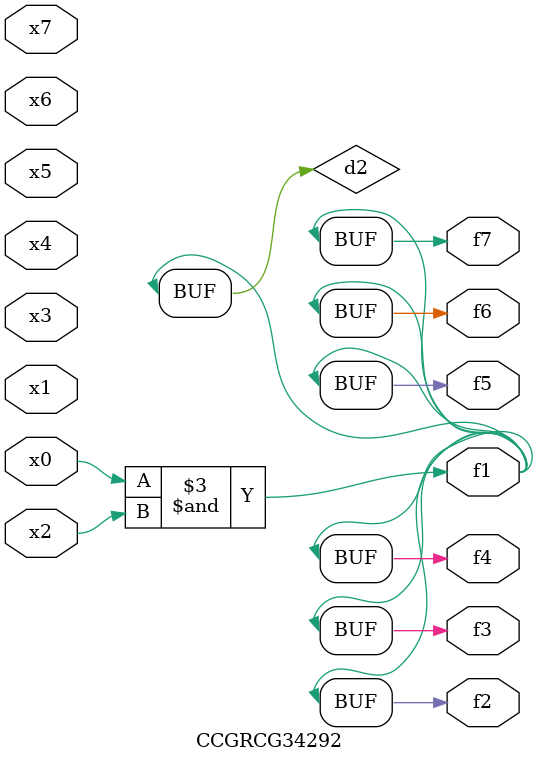
<source format=v>
module CCGRCG34292(
	input x0, x1, x2, x3, x4, x5, x6, x7,
	output f1, f2, f3, f4, f5, f6, f7
);

	wire d1, d2;

	nor (d1, x3, x6);
	and (d2, x0, x2);
	assign f1 = d2;
	assign f2 = d2;
	assign f3 = d2;
	assign f4 = d2;
	assign f5 = d2;
	assign f6 = d2;
	assign f7 = d2;
endmodule

</source>
